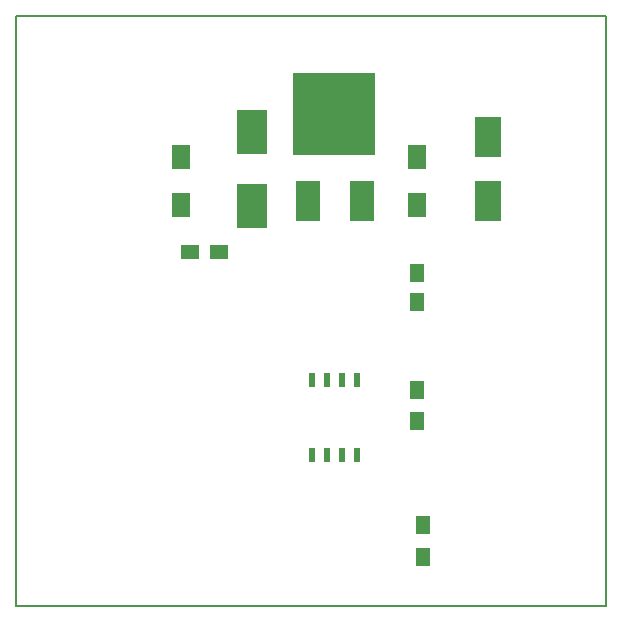
<source format=gbp>
G04 #@! TF.GenerationSoftware,KiCad,Pcbnew,8.0.4*
G04 #@! TF.CreationDate,2025-01-27T10:30:07+01:00*
G04 #@! TF.ProjectId,ocxo,6f63786f-2e6b-4696-9361-645f70636258,rev?*
G04 #@! TF.SameCoordinates,Original*
G04 #@! TF.FileFunction,Paste,Bot*
G04 #@! TF.FilePolarity,Positive*
%FSLAX46Y46*%
G04 Gerber Fmt 4.6, Leading zero omitted, Abs format (unit mm)*
G04 Created by KiCad (PCBNEW 8.0.4) date 2025-01-27 10:30:07*
%MOMM*%
%LPD*%
G01*
G04 APERTURE LIST*
%ADD10R,1.600000X2.000000*%
%ADD11R,1.500000X1.250000*%
%ADD12R,1.250000X1.500000*%
%ADD13R,2.500000X3.750000*%
%ADD14R,1.300000X1.500000*%
%ADD15R,2.000000X3.500000*%
%ADD16R,7.000000X7.000000*%
%ADD17R,0.508000X1.143000*%
%ADD18R,2.300000X3.500000*%
G04 #@! TA.AperFunction,Profile*
%ADD19C,0.150000*%
G04 #@! TD*
G04 APERTURE END LIST*
D10*
X114000000Y-61000000D03*
X114000000Y-57000000D03*
D11*
X97250000Y-65000000D03*
X94750000Y-65000000D03*
D10*
X94000000Y-61000000D03*
X94000000Y-57000000D03*
D12*
X114000000Y-69250000D03*
X114000000Y-66750000D03*
D13*
X100000000Y-61125000D03*
X100000000Y-54875000D03*
D14*
X114000000Y-79350000D03*
X114000000Y-76650000D03*
X114500000Y-90850000D03*
X114500000Y-88150000D03*
D15*
X109290000Y-60700000D03*
X104710000Y-60700000D03*
D16*
X106990000Y-53300000D03*
D17*
X105095000Y-82175000D03*
X106365000Y-82175000D03*
X107635000Y-82175000D03*
X108905000Y-82175000D03*
X108905000Y-75825000D03*
X107635000Y-75825000D03*
X106365000Y-75825000D03*
X105095000Y-75825000D03*
D18*
X120000000Y-60700000D03*
X120000000Y-55300000D03*
D19*
X80000000Y-95000000D02*
X80000000Y-45000000D01*
X130000000Y-95000000D02*
X80000000Y-95000000D01*
X130000000Y-45000000D02*
X130000000Y-95000000D01*
X80000000Y-45000000D02*
X130000000Y-45000000D01*
M02*

</source>
